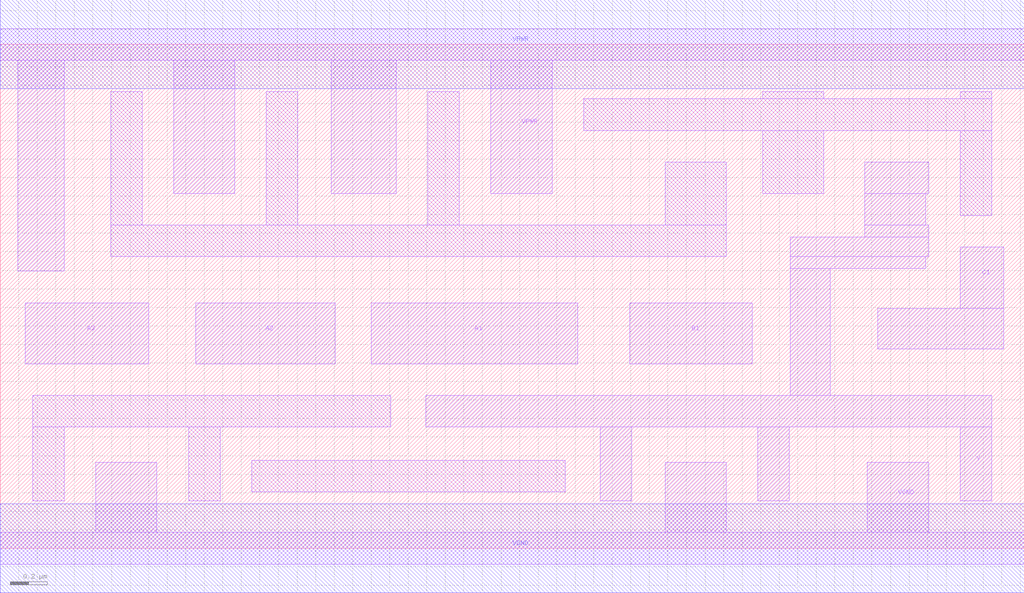
<source format=lef>
# Copyright 2020 The SkyWater PDK Authors
#
# Licensed under the Apache License, Version 2.0 (the "License");
# you may not use this file except in compliance with the License.
# You may obtain a copy of the License at
#
#     https://www.apache.org/licenses/LICENSE-2.0
#
# Unless required by applicable law or agreed to in writing, software
# distributed under the License is distributed on an "AS IS" BASIS,
# WITHOUT WARRANTIES OR CONDITIONS OF ANY KIND, either express or implied.
# See the License for the specific language governing permissions and
# limitations under the License.
#
# SPDX-License-Identifier: Apache-2.0

VERSION 5.5 ;
NAMESCASESENSITIVE ON ;
BUSBITCHARS "[]" ;
DIVIDERCHAR "/" ;
MACRO sky130_fd_sc_hd__a311oi_2
  CLASS CORE ;
  SOURCE USER ;
  ORIGIN  0.000000  0.000000 ;
  SIZE  5.520000 BY  2.720000 ;
  SYMMETRY X Y R90 ;
  SITE unithd ;
  PIN A1
    ANTENNAGATEAREA  0.495000 ;
    DIRECTION INPUT ;
    USE SIGNAL ;
    PORT
      LAYER li1 ;
        RECT 2.000000 0.995000 3.115000 1.325000 ;
    END
  END A1
  PIN A2
    ANTENNAGATEAREA  0.495000 ;
    DIRECTION INPUT ;
    USE SIGNAL ;
    PORT
      LAYER li1 ;
        RECT 1.055000 0.995000 1.805000 1.325000 ;
    END
  END A2
  PIN A3
    ANTENNAGATEAREA  0.495000 ;
    DIRECTION INPUT ;
    USE SIGNAL ;
    PORT
      LAYER li1 ;
        RECT 0.135000 0.995000 0.800000 1.325000 ;
    END
  END A3
  PIN B1
    ANTENNAGATEAREA  0.495000 ;
    DIRECTION INPUT ;
    USE SIGNAL ;
    PORT
      LAYER li1 ;
        RECT 3.395000 0.995000 4.055000 1.325000 ;
    END
  END B1
  PIN C1
    ANTENNAGATEAREA  0.495000 ;
    DIRECTION INPUT ;
    USE SIGNAL ;
    PORT
      LAYER li1 ;
        RECT 4.730000 1.075000 5.410000 1.295000 ;
        RECT 5.175000 1.295000 5.410000 1.625000 ;
    END
  END C1
  PIN Y
    ANTENNADIFFAREA  1.141000 ;
    DIRECTION OUTPUT ;
    USE SIGNAL ;
    PORT
      LAYER li1 ;
        RECT 2.295000 0.655000 5.345000 0.825000 ;
        RECT 3.235000 0.255000 3.405000 0.655000 ;
        RECT 4.085000 0.255000 4.255000 0.655000 ;
        RECT 4.260000 0.825000 4.475000 1.510000 ;
        RECT 4.260000 1.510000 4.990000 1.575000 ;
        RECT 4.260000 1.575000 5.005000 1.680000 ;
        RECT 4.660000 1.680000 5.005000 1.745000 ;
        RECT 4.660000 1.745000 4.990000 1.915000 ;
        RECT 4.660000 1.915000 5.005000 2.085000 ;
        RECT 5.175000 0.255000 5.345000 0.655000 ;
    END
  END Y
  PIN VGND
    DIRECTION INOUT ;
    SHAPE ABUTMENT ;
    USE GROUND ;
    PORT
      LAYER li1 ;
        RECT 0.000000 -0.085000 5.520000 0.085000 ;
        RECT 0.515000  0.085000 0.845000 0.465000 ;
        RECT 3.585000  0.085000 3.915000 0.465000 ;
        RECT 4.675000  0.085000 5.005000 0.465000 ;
    END
    PORT
      LAYER met1 ;
        RECT 0.000000 -0.240000 5.520000 0.240000 ;
    END
  END VGND
  PIN VPWR
    DIRECTION INOUT ;
    SHAPE ABUTMENT ;
    USE POWER ;
    PORT
      LAYER li1 ;
        RECT 0.000000 2.635000 5.520000 2.805000 ;
        RECT 0.095000 1.495000 0.345000 2.635000 ;
        RECT 0.935000 1.915000 1.265000 2.635000 ;
        RECT 1.785000 1.915000 2.135000 2.635000 ;
        RECT 2.645000 1.915000 2.975000 2.635000 ;
    END
    PORT
      LAYER met1 ;
        RECT 0.000000 2.480000 5.520000 2.960000 ;
    END
  END VPWR
  OBS
    LAYER li1 ;
      RECT 0.175000 0.255000 0.345000 0.655000 ;
      RECT 0.175000 0.655000 2.105000 0.825000 ;
      RECT 0.595000 1.575000 3.915000 1.745000 ;
      RECT 0.595000 1.745000 0.765000 2.465000 ;
      RECT 1.015000 0.255000 1.185000 0.655000 ;
      RECT 1.355000 0.305000 3.045000 0.475000 ;
      RECT 1.435000 1.745000 1.605000 2.465000 ;
      RECT 2.305000 1.745000 2.475000 2.465000 ;
      RECT 3.145000 2.255000 5.345000 2.425000 ;
      RECT 3.585000 1.745000 3.915000 2.085000 ;
      RECT 4.110000 1.915000 4.440000 2.255000 ;
      RECT 4.110000 2.425000 4.440000 2.465000 ;
      RECT 5.175000 1.795000 5.345000 2.255000 ;
      RECT 5.175000 2.425000 5.345000 2.465000 ;
  END
END sky130_fd_sc_hd__a311oi_2
END LIBRARY

</source>
